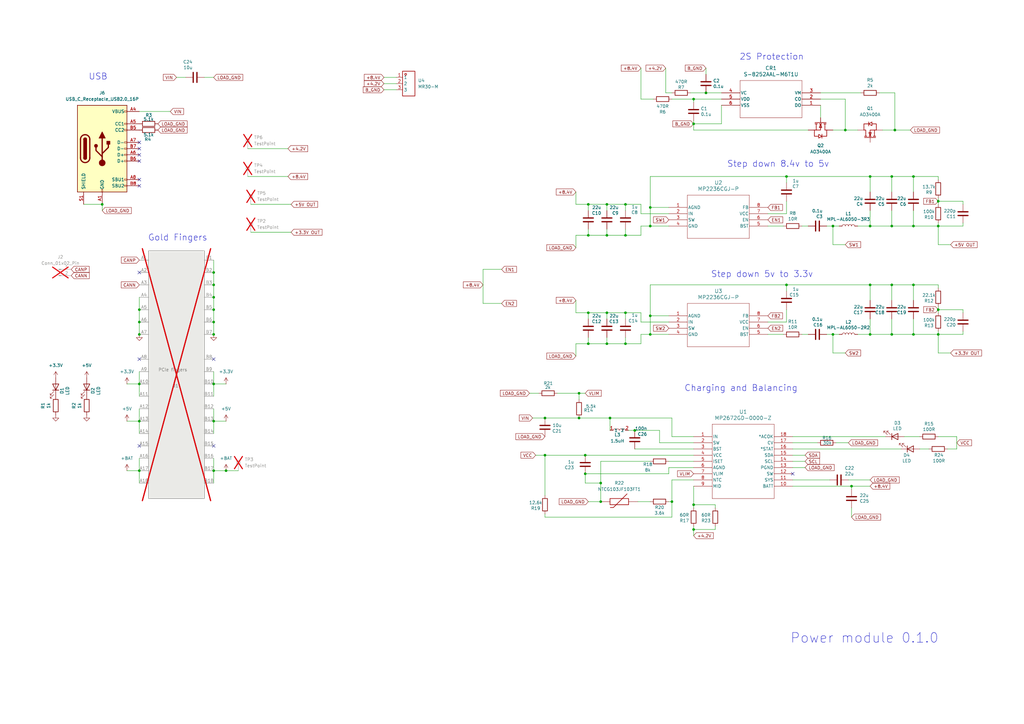
<source format=kicad_sch>
(kicad_sch (version 20231120) (generator "eeschema") (generator_version "8.0")
  (paper "A3")
  (junction (at 322.58 72.39))
  (junction (at 241.3 96.52))
  (junction (at 241.3 83.82))
  (junction (at 248.92 96.52))
  (junction (at 356.87 92.71))
  (junction (at 87.63 132.08))
  (junction (at 87.63 121.92))
  (junction (at 57.15 157.48))
  (junction (at 240.03 194.31))
  (junction (at 87.63 116.84))
  (junction (at 374.65 137.16))
  (junction (at 57.15 132.08))
  (junction (at 341.63 137.16))
  (junction (at 237.49 171.45))
  (junction (at 87.63 137.16))
  (junction (at 256.54 83.82))
  (junction (at 237.49 161.29))
  (junction (at 275.59 205.74))
  (junction (at 87.63 127))
  (junction (at 41.91 83.82))
  (junction (at 248.92 128.27))
  (junction (at 349.25 199.39))
  (junction (at 256.54 140.97))
  (junction (at 87.63 193.04))
  (junction (at 384.81 82.55))
  (junction (at 374.65 92.71))
  (junction (at 374.65 72.39))
  (junction (at 92.71 193.04))
  (junction (at 248.92 83.82))
  (junction (at 223.52 171.45))
  (junction (at 365.76 137.16))
  (junction (at 57.15 137.16))
  (junction (at 266.7 92.71))
  (junction (at 241.3 140.97))
  (junction (at 356.87 72.39))
  (junction (at 246.38 205.74))
  (junction (at 341.63 92.71))
  (junction (at 87.63 111.76))
  (junction (at 266.7 85.09))
  (junction (at 284.48 40.64))
  (junction (at 284.48 217.17))
  (junction (at 250.19 171.45))
  (junction (at 256.54 96.52))
  (junction (at 87.63 172.72))
  (junction (at 384.81 137.16))
  (junction (at 289.56 38.1))
  (junction (at 240.03 186.69))
  (junction (at 248.92 140.97))
  (junction (at 384.81 127))
  (junction (at 246.38 198.12))
  (junction (at 284.48 50.8))
  (junction (at 57.15 127))
  (junction (at 260.35 176.53))
  (junction (at 256.54 128.27))
  (junction (at 266.7 129.54))
  (junction (at 367.03 53.34))
  (junction (at 374.65 116.84))
  (junction (at 241.3 128.27))
  (junction (at 87.63 157.48))
  (junction (at 322.58 116.84))
  (junction (at 365.76 92.71))
  (junction (at 356.87 137.16))
  (junction (at 266.7 137.16))
  (junction (at 356.87 116.84))
  (junction (at 223.52 186.69))
  (junction (at 365.76 116.84))
  (junction (at 365.76 72.39))
  (junction (at 384.81 92.71))
  (junction (at 57.15 172.72))
  (junction (at 284.48 207.01))
  (junction (at 57.15 193.04))
  (junction (at 346.71 53.34))
  (no_connect (at 87.63 182.88))
  (no_connect (at 57.15 76.2))
  (no_connect (at 57.15 73.66))
  (no_connect (at 87.63 147.32))
  (no_connect (at 325.12 194.31))
  (no_connect (at 57.15 182.88))
  (no_connect (at 57.15 60.96))
  (no_connect (at 57.15 58.42))
  (no_connect (at 57.15 66.04))
  (no_connect (at 57.15 63.5))
  (no_connect (at 57.15 111.76))
  (no_connect (at 57.15 147.32))
  (wire (pts (xy 274.32 137.16) (xy 266.7 137.16)))
  (wire (pts (xy 275.59 179.07) (xy 275.59 171.45)))
  (wire (pts (xy 325.12 189.23) (xy 330.2 189.23)))
  (wire (pts (xy 223.52 212.09) (xy 223.52 210.82)))
  (wire (pts (xy 284.48 53.34) (xy 331.47 53.34)))
  (wire (pts (xy 198.12 124.46) (xy 205.74 124.46)))
  (wire (pts (xy 273.05 27.94) (xy 273.05 38.1)))
  (wire (pts (xy 87.63 127) (xy 87.63 132.08)))
  (wire (pts (xy 356.87 123.19) (xy 356.87 116.84)))
  (wire (pts (xy 365.76 72.39) (xy 374.65 72.39)))
  (wire (pts (xy 289.56 38.1) (xy 295.91 38.1)))
  (wire (pts (xy 284.48 40.64) (xy 295.91 40.64)))
  (wire (pts (xy 248.92 93.98) (xy 248.92 96.52)))
  (wire (pts (xy 262.89 83.82) (xy 256.54 83.82)))
  (wire (pts (xy 34.29 83.82) (xy 41.91 83.82)))
  (wire (pts (xy 274.32 194.31) (xy 274.32 191.77)))
  (wire (pts (xy 384.81 125.73) (xy 384.81 127)))
  (wire (pts (xy 241.3 83.82) (xy 241.3 86.36)))
  (wire (pts (xy 322.58 72.39) (xy 266.7 72.39)))
  (wire (pts (xy 293.37 215.9) (xy 293.37 217.17)))
  (wire (pts (xy 365.76 78.74) (xy 365.76 72.39)))
  (wire (pts (xy 102.87 95.25) (xy 119.38 95.25)))
  (wire (pts (xy 325.12 186.69) (xy 330.2 186.69)))
  (wire (pts (xy 57.15 121.92) (xy 57.15 127)))
  (wire (pts (xy 219.71 186.69) (xy 223.52 186.69)))
  (wire (pts (xy 336.55 43.18) (xy 336.55 48.26)))
  (wire (pts (xy 325.12 181.61) (xy 335.28 181.61)))
  (wire (pts (xy 87.63 157.48) (xy 87.63 162.56)))
  (wire (pts (xy 248.92 83.82) (xy 248.92 86.36)))
  (wire (pts (xy 341.63 144.78) (xy 346.71 144.78)))
  (wire (pts (xy 351.79 92.71) (xy 356.87 92.71)))
  (wire (pts (xy 322.58 116.84) (xy 322.58 119.38)))
  (wire (pts (xy 87.63 132.08) (xy 87.63 137.16)))
  (wire (pts (xy 325.12 184.15) (xy 369.57 184.15)))
  (wire (pts (xy 274.32 132.08) (xy 262.89 132.08)))
  (wire (pts (xy 256.54 128.27) (xy 248.92 128.27)))
  (wire (pts (xy 293.37 207.01) (xy 284.48 207.01)))
  (wire (pts (xy 257.81 176.53) (xy 260.35 176.53)))
  (wire (pts (xy 384.81 100.33) (xy 389.89 100.33)))
  (wire (pts (xy 87.63 31.75) (xy 83.82 31.75)))
  (wire (pts (xy 198.12 110.49) (xy 198.12 124.46)))
  (wire (pts (xy 246.38 198.12) (xy 246.38 205.74)))
  (wire (pts (xy 284.48 217.17) (xy 284.48 215.9)))
  (wire (pts (xy 256.54 138.43) (xy 256.54 140.97)))
  (wire (pts (xy 223.52 203.2) (xy 223.52 186.69)))
  (wire (pts (xy 240.03 186.69) (xy 284.48 186.69)))
  (wire (pts (xy 351.79 137.16) (xy 356.87 137.16)))
  (wire (pts (xy 262.89 140.97) (xy 262.89 137.16)))
  (wire (pts (xy 236.22 96.52) (xy 236.22 101.6)))
  (wire (pts (xy 365.76 137.16) (xy 374.65 137.16)))
  (wire (pts (xy 248.92 96.52) (xy 241.3 96.52)))
  (wire (pts (xy 284.48 199.39) (xy 284.48 207.01)))
  (wire (pts (xy 261.62 205.74) (xy 266.7 205.74)))
  (wire (pts (xy 256.54 96.52) (xy 262.89 96.52)))
  (wire (pts (xy 237.49 161.29) (xy 237.49 163.83)))
  (wire (pts (xy 284.48 40.64) (xy 284.48 41.91)))
  (wire (pts (xy 101.6 72.39) (xy 118.11 72.39)))
  (wire (pts (xy 360.68 38.1) (xy 367.03 38.1)))
  (wire (pts (xy 314.96 87.63) (xy 322.58 87.63)))
  (wire (pts (xy 341.63 137.16) (xy 344.17 137.16)))
  (wire (pts (xy 262.89 87.63) (xy 262.89 83.82)))
  (wire (pts (xy 374.65 86.36) (xy 374.65 92.71)))
  (wire (pts (xy 275.59 38.1) (xy 273.05 38.1)))
  (wire (pts (xy 256.54 93.98) (xy 256.54 96.52)))
  (wire (pts (xy 256.54 140.97) (xy 248.92 140.97)))
  (wire (pts (xy 356.87 137.16) (xy 365.76 137.16)))
  (wire (pts (xy 347.98 196.85) (xy 356.87 196.85)))
  (wire (pts (xy 284.48 217.17) (xy 284.48 219.71)))
  (wire (pts (xy 284.48 50.8) (xy 284.48 53.34)))
  (wire (pts (xy 241.3 205.74) (xy 246.38 205.74)))
  (wire (pts (xy 388.62 184.15) (xy 392.43 184.15)))
  (wire (pts (xy 266.7 129.54) (xy 274.32 129.54)))
  (wire (pts (xy 237.49 171.45) (xy 250.19 171.45)))
  (wire (pts (xy 274.32 92.71) (xy 266.7 92.71)))
  (wire (pts (xy 256.54 140.97) (xy 262.89 140.97)))
  (wire (pts (xy 240.03 198.12) (xy 246.38 198.12)))
  (wire (pts (xy 336.55 40.64) (xy 346.71 40.64)))
  (wire (pts (xy 322.58 116.84) (xy 266.7 116.84)))
  (wire (pts (xy 262.89 27.94) (xy 262.89 40.64)))
  (wire (pts (xy 342.9 181.61) (xy 347.98 181.61)))
  (wire (pts (xy 346.71 40.64) (xy 346.71 53.34)))
  (wire (pts (xy 394.97 82.55) (xy 384.81 82.55)))
  (wire (pts (xy 356.87 92.71) (xy 365.76 92.71)))
  (wire (pts (xy 384.81 92.71) (xy 384.81 100.33)))
  (wire (pts (xy 248.92 138.43) (xy 248.92 140.97)))
  (wire (pts (xy 223.52 171.45) (xy 237.49 171.45)))
  (wire (pts (xy 377.19 184.15) (xy 381 184.15)))
  (wire (pts (xy 87.63 172.72) (xy 87.63 167.64)))
  (wire (pts (xy 241.3 128.27) (xy 236.22 128.27)))
  (wire (pts (xy 57.15 157.48) (xy 57.15 152.4)))
  (wire (pts (xy 339.09 137.16) (xy 341.63 137.16)))
  (wire (pts (xy 384.81 81.28) (xy 384.81 82.55)))
  (wire (pts (xy 394.97 127) (xy 384.81 127)))
  (wire (pts (xy 289.56 27.94) (xy 289.56 30.48)))
  (wire (pts (xy 394.97 82.55) (xy 394.97 83.82)))
  (wire (pts (xy 266.7 116.84) (xy 266.7 129.54)))
  (wire (pts (xy 341.63 92.71) (xy 341.63 100.33)))
  (wire (pts (xy 241.3 128.27) (xy 241.3 130.81)))
  (wire (pts (xy 384.81 137.16) (xy 384.81 144.78)))
  (wire (pts (xy 256.54 83.82) (xy 256.54 86.36)))
  (wire (pts (xy 218.44 171.45) (xy 223.52 171.45)))
  (wire (pts (xy 275.59 212.09) (xy 223.52 212.09)))
  (wire (pts (xy 356.87 86.36) (xy 356.87 92.71)))
  (wire (pts (xy 314.96 92.71) (xy 321.31 92.71)))
  (wire (pts (xy 384.81 116.84) (xy 384.81 118.11)))
  (wire (pts (xy 57.15 193.04) (xy 57.15 187.96)))
  (wire (pts (xy 392.43 179.07) (xy 392.43 184.15)))
  (wire (pts (xy 87.63 193.04) (xy 87.63 198.12)))
  (wire (pts (xy 87.63 116.84) (xy 87.63 121.92)))
  (wire (pts (xy 374.65 116.84) (xy 384.81 116.84)))
  (wire (pts (xy 314.96 132.08) (xy 322.58 132.08)))
  (wire (pts (xy 87.63 157.48) (xy 87.63 152.4)))
  (wire (pts (xy 241.3 93.98) (xy 241.3 96.52)))
  (wire (pts (xy 262.89 92.71) (xy 266.7 92.71)))
  (wire (pts (xy 248.92 128.27) (xy 241.3 128.27)))
  (wire (pts (xy 57.15 45.72) (xy 69.85 45.72)))
  (wire (pts (xy 157.48 34.29) (xy 162.56 34.29)))
  (wire (pts (xy 101.6 60.96) (xy 118.11 60.96)))
  (wire (pts (xy 57.15 132.08) (xy 57.15 137.16)))
  (wire (pts (xy 236.22 140.97) (xy 236.22 146.05)))
  (wire (pts (xy 275.59 179.07) (xy 284.48 179.07)))
  (wire (pts (xy 356.87 72.39) (xy 365.76 72.39)))
  (wire (pts (xy 274.32 189.23) (xy 284.48 189.23)))
  (wire (pts (xy 241.3 83.82) (xy 236.22 83.82)))
  (wire (pts (xy 270.51 181.61) (xy 270.51 176.53)))
  (wire (pts (xy 57.15 157.48) (xy 57.15 162.56)))
  (wire (pts (xy 322.58 72.39) (xy 356.87 72.39)))
  (wire (pts (xy 356.87 130.81) (xy 356.87 137.16)))
  (wire (pts (xy 52.07 172.72) (xy 57.15 172.72)))
  (wire (pts (xy 284.48 181.61) (xy 270.51 181.61)))
  (wire (pts (xy 374.65 137.16) (xy 384.81 137.16)))
  (wire (pts (xy 198.12 110.49) (xy 205.74 110.49)))
  (wire (pts (xy 237.49 161.29) (xy 240.03 161.29)))
  (wire (pts (xy 322.58 132.08) (xy 322.58 127)))
  (wire (pts (xy 262.89 40.64) (xy 267.97 40.64)))
  (wire (pts (xy 266.7 129.54) (xy 266.7 137.16)))
  (wire (pts (xy 274.32 87.63) (xy 262.89 87.63)))
  (wire (pts (xy 325.12 196.85) (xy 340.36 196.85)))
  (wire (pts (xy 365.76 123.19) (xy 365.76 116.84)))
  (wire (pts (xy 365.76 92.71) (xy 374.65 92.71)))
  (wire (pts (xy 52.07 193.04) (xy 57.15 193.04)))
  (wire (pts (xy 374.65 130.81) (xy 374.65 137.16)))
  (wire (pts (xy 248.92 140.97) (xy 241.3 140.97)))
  (wire (pts (xy 370.84 179.07) (xy 377.19 179.07)))
  (wire (pts (xy 284.48 207.01) (xy 284.48 208.28)))
  (wire (pts (xy 365.76 86.36) (xy 365.76 92.71)))
  (wire (pts (xy 384.81 179.07) (xy 392.43 179.07)))
  (wire (pts (xy 223.52 186.69) (xy 240.03 186.69)))
  (wire (pts (xy 325.12 199.39) (xy 349.25 199.39)))
  (wire (pts (xy 57.15 193.04) (xy 57.15 198.12)))
  (wire (pts (xy 87.63 121.92) (xy 87.63 127)))
  (wire (pts (xy 328.93 137.16) (xy 331.47 137.16)))
  (wire (pts (xy 275.59 171.45) (xy 250.19 171.45)))
  (wire (pts (xy 52.07 157.48) (xy 57.15 157.48)))
  (wire (pts (xy 262.89 132.08) (xy 262.89 128.27)))
  (wire (pts (xy 246.38 189.23) (xy 246.38 198.12)))
  (wire (pts (xy 341.63 137.16) (xy 341.63 144.78)))
  (wire (pts (xy 322.58 87.63) (xy 322.58 82.55)))
  (wire (pts (xy 293.37 217.17) (xy 284.48 217.17)))
  (wire (pts (xy 325.12 179.07) (xy 363.22 179.07)))
  (wire (pts (xy 262.89 137.16) (xy 266.7 137.16)))
  (wire (pts (xy 384.81 137.16) (xy 394.97 137.16)))
  (wire (pts (xy 339.09 92.71) (xy 341.63 92.71)))
  (wire (pts (xy 262.89 96.52) (xy 262.89 92.71)))
  (wire (pts (xy 92.71 157.48) (xy 87.63 157.48)))
  (wire (pts (xy 384.81 72.39) (xy 384.81 73.66)))
  (wire (pts (xy 322.58 116.84) (xy 356.87 116.84)))
  (wire (pts (xy 250.19 171.45) (xy 250.19 176.53)))
  (wire (pts (xy 240.03 194.31) (xy 274.32 194.31)))
  (wire (pts (xy 72.39 31.75) (xy 76.2 31.75)))
  (wire (pts (xy 236.22 123.19) (xy 236.22 128.27)))
  (wire (pts (xy 356.87 78.74) (xy 356.87 72.39)))
  (wire (pts (xy 328.93 92.71) (xy 331.47 92.71)))
  (wire (pts (xy 57.15 172.72) (xy 57.15 177.8)))
  (wire (pts (xy 336.55 38.1) (xy 353.06 38.1)))
  (wire (pts (xy 275.59 196.85) (xy 284.48 196.85)))
  (wire (pts (xy 384.81 92.71) (xy 394.97 92.71)))
  (wire (pts (xy 275.59 40.64) (xy 284.48 40.64)))
  (wire (pts (xy 262.89 128.27) (xy 256.54 128.27)))
  (wire (pts (xy 365.76 130.81) (xy 365.76 137.16)))
  (wire (pts (xy 256.54 96.52) (xy 248.92 96.52)))
  (wire (pts (xy 394.97 92.71) (xy 394.97 91.44)))
  (wire (pts (xy 102.87 83.82) (xy 119.38 83.82)))
  (wire (pts (xy 157.48 31.75) (xy 162.56 31.75)))
  (wire (pts (xy 322.58 72.39) (xy 322.58 74.93)))
  (wire (pts (xy 275.59 205.74) (xy 275.59 212.09)))
  (wire (pts (xy 41.91 83.82) (xy 41.91 86.36)))
  (wire (pts (xy 384.81 127) (xy 384.81 128.27)))
  (wire (pts (xy 57.15 127) (xy 57.15 132.08)))
  (wire (pts (xy 365.76 116.84) (xy 374.65 116.84)))
  (wire (pts (xy 236.22 78.74) (xy 236.22 83.82)))
  (wire (pts (xy 240.03 194.31) (xy 240.03 198.12)))
  (wire (pts (xy 374.65 72.39) (xy 384.81 72.39)))
  (wire (pts (xy 295.91 50.8) (xy 284.48 50.8)))
  (wire (pts (xy 92.71 172.72) (xy 87.63 172.72)))
  (wire (pts (xy 341.63 53.34) (xy 346.71 53.34)))
  (wire (pts (xy 349.25 199.39) (xy 356.87 199.39)))
  (wire (pts (xy 346.71 53.34) (xy 351.79 53.34)))
  (wire (pts (xy 270.51 176.53) (xy 260.35 176.53)))
  (wire (pts (xy 374.65 92.71) (xy 384.81 92.71)))
  (wire (pts (xy 92.71 193.04) (xy 97.79 193.04)))
  (wire (pts (xy 384.81 91.44) (xy 384.81 92.71)))
  (wire (pts (xy 246.38 189.23) (xy 266.7 189.23)))
  (wire (pts (xy 325.12 191.77) (xy 330.2 191.77)))
  (wire (pts (xy 274.32 205.74) (xy 275.59 205.74)))
  (wire (pts (xy 356.87 116.84) (xy 365.76 116.84)))
  (wire (pts (xy 241.3 96.52) (xy 236.22 96.52)))
  (wire (pts (xy 341.63 100.33) (xy 346.71 100.33)))
  (wire (pts (xy 394.97 137.16) (xy 394.97 135.89)))
  (wire (pts (xy 266.7 85.09) (xy 266.7 92.71)))
  (wire (pts (xy 374.65 78.74) (xy 374.65 72.39)))
  (wire (pts (xy 217.17 161.29) (xy 220.98 161.29)))
  (wire (pts (xy 384.81 82.55) (xy 384.81 83.82)))
  (wire (pts (xy 256.54 128.27) (xy 256.54 130.81)))
  (wire (pts (xy 248.92 83.82) (xy 241.3 83.82)))
  (wire (pts (xy 283.21 38.1) (xy 289.56 38.1)))
  (wire (pts (xy 266.7 72.39) (xy 266.7 85.09)))
  (wire (pts (xy 314.96 137.16) (xy 321.31 137.16)))
  (wire (pts (xy 87.63 106.68) (xy 87.63 111.76)))
  (wire (pts (xy 374.65 123.19) (xy 374.65 116.84)))
  (wire (pts (xy 241.3 140.97) (xy 236.22 140.97)))
  (wire (pts (xy 256.54 83.82) (xy 248.92 83.82)))
  (wire (pts (xy 367.03 53.34) (xy 373.38 53.34)))
  (wire (pts (xy 284.48 49.53) (xy 284.48 50.8)))
  (wire (pts (xy 295.91 43.18) (xy 295.91 50.8)))
  (wire (pts (xy 384.81 144.78) (xy 389.89 144.78)))
  (wire (pts (xy 157.48 36.83) (xy 162.56 36.83)))
  (wire (pts (xy 275.59 196.85) (xy 275.59 205.74)))
  (wire (pts (xy 57.15 172.72) (xy 57.15 167.64)))
  (wire (pts (xy 87.63 172.72) (xy 87.63 177.8)))
  (wire (pts (xy 228.6 161.29) (xy 237.49 161.29)))
  (wire (pts (xy 361.95 53.34) (xy 367.03 53.34)))
  (wire (pts (xy 274.32 191.77) (xy 284.48 191.77)))
  (wire (pts (xy 341.63 92.71) (xy 344.17 92.71)))
  (wire (pts (xy 87.63 111.76) (xy 87.63 116.84)))
  (wire (pts (xy 293.37 208.28) (xy 293.37 207.01)))
  (wire (pts (xy 87.63 193.04) (xy 87.63 187.96)))
  (wire (pts (xy 349.25 199.39) (xy 349.25 200.66)))
  (wire (pts (xy 349.25 208.28) (xy 349.25 212.09)))
  (wire (pts (xy 248.92 128.27) (xy 248.92 130.81)))
  (wire (pts (xy 260.35 184.15) (xy 284.48 184.15)))
  (wire (pts (xy 394.97 127) (xy 394.97 128.27)))
  (wire (pts (xy 241.3 138.43) (xy 241.3 140.97)))
  (wire (pts (xy 367.03 53.34) (xy 367.03 38.1)))
  (wire (pts (xy 266.7 85.09) (xy 274.32 85.09)))
  (wire (pts (xy 384.81 135.89) (xy 384.81 137.16)))
  (wire (pts (xy 92.71 193.04) (xy 87.63 193.04)))
  (text "2S Protection" (at 303.276 24.892 0) (effects (font (size 2.54 2.54)) (justify left bottom)))
  (text "USB" (at 36.322 33.02 0) (effects (font (size 2.54 2.54)) (justify left bottom)))
  (text "Charging and Balancing\n" (at 280.67 160.782 0) (effects (font (size 2.54 2.54)) (justify left bottom)))
  (text "Step down 5v to 3.3v" (at 291.592 114.046 0) (effects (font (size 2.54 2.54)) (justify left bottom)))
  (text "Power module 0.1.0" (at 324.104 264.16 0) (effects (font (size 4 4)) (justify left bottom)))
  (text "Gold Fingers" (at 60.706 99.06 0) (effects (font (size 2.54 2.54)) (justify left bottom)))
  (text "Step down 8.4v to 5v" (at 298.196 68.834 0) (effects (font (size 2.54 2.54)) (justify left bottom)))
  (global_label "SDA" (shape input) (at 330.2 186.69 0) (property "Intersheetrefs" "${INTERSHEET_REFS}" (effects (hide yes))))
  (global_label "FB1" (shape input) (at 314.96 85.09 0) (property "Intersheetrefs" "${INTERSHEET_REFS}" (effects (hide yes))))
  (global_label "B_GND" (shape input) (at 289.56 27.94 180) (property "Intersheetrefs" "${INTERSHEET_REFS}" (effects (hide yes))))
  (global_label "+8.4V" (shape input) (at 236.22 123.19 180) (property "Intersheetrefs" "${INTERSHEET_REFS}" (effects (hide yes))))
  (global_label "+5V OUT" (shape input) (at 389.89 100.33 0) (property "Intersheetrefs" "${INTERSHEET_REFS}" (effects (hide yes))))
  (global_label "LOAD_GND" (shape input) (at 373.38 53.34 0) (property "Intersheetrefs" "${INTERSHEET_REFS}" (effects (hide yes))))
  (global_label "LOAD_GND" (shape input) (at 236.22 146.05 180) (property "Intersheetrefs" "${INTERSHEET_REFS}" (effects (hide yes))))
  (global_label "+8.4V" (shape input) (at 118.11 72.39 0) (property "Intersheetrefs" "${INTERSHEET_REFS}" (effects (hide yes))))
  (global_label "LOAD_GND" (shape input) (at 330.2 191.77 0) (property "Intersheetrefs" "${INTERSHEET_REFS}" (effects (hide yes))))
  (global_label "+3.3V OUT" (shape input) (at 119.38 95.25 0) (property "Intersheetrefs" "${INTERSHEET_REFS}" (effects (hide yes))))
  (global_label "LOAD_GND" (shape input) (at 41.91 86.36 0) (property "Intersheetrefs" "${INTERSHEET_REFS}" (effects (hide yes))))
  (global_label "CANN" (shape input) (at 29.21 113.03 0) (property "Intersheetrefs" "${INTERSHEET_REFS}" (effects (hide yes))))
  (global_label "+4.2V" (shape input) (at 273.05 27.94 180) (property "Intersheetrefs" "${INTERSHEET_REFS}" (effects (hide yes))))
  (global_label "+4.2V" (shape input) (at 157.48 34.29 180) (property "Intersheetrefs" "${INTERSHEET_REFS}" (effects (hide yes))))
  (global_label "+8.4V" (shape input) (at 157.48 31.75 180) (property "Intersheetrefs" "${INTERSHEET_REFS}" (effects (hide yes))))
  (global_label "FB1" (shape input) (at 384.81 82.55 180) (property "Intersheetrefs" "${INTERSHEET_REFS}" (effects (hide yes))))
  (global_label "SW2" (shape input) (at 346.71 144.78 0) (property "Intersheetrefs" "${INTERSHEET_REFS}" (effects (hide yes))))
  (global_label "EN1" (shape input) (at 205.74 110.49 0) (property "Intersheetrefs" "${INTERSHEET_REFS}" (effects (hide yes))))
  (global_label "LOAD_GND" (shape input) (at 347.98 181.61 0) (property "Intersheetrefs" "${INTERSHEET_REFS}" (effects (hide yes))))
  (global_label "LOAD_GND" (shape input) (at 223.52 179.07 180) (property "Intersheetrefs" "${INTERSHEET_REFS}" (effects (hide yes))))
  (global_label "CANN" (shape input) (at 57.15 116.84 180) (property "Intersheetrefs" "${INTERSHEET_REFS}" (effects (hide yes))))
  (global_label "SW1" (shape input) (at 274.32 90.17 180) (property "Intersheetrefs" "${INTERSHEET_REFS}" (effects (hide yes))))
  (global_label "LOAD_GND" (shape input) (at 87.63 31.75 0) (property "Intersheetrefs" "${INTERSHEET_REFS}" (effects (hide yes))))
  (global_label "+8.4V" (shape input) (at 356.87 199.39 0) (property "Intersheetrefs" "${INTERSHEET_REFS}" (effects (hide yes))))
  (global_label "LOAD_GND" (shape input) (at 64.77 50.8 0) (property "Intersheetrefs" "${INTERSHEET_REFS}" (effects (hide yes))))
  (global_label "EN1" (shape input) (at 314.96 90.17 0) (property "Intersheetrefs" "${INTERSHEET_REFS}" (effects (hide yes))))
  (global_label "+8.4V" (shape input) (at 198.12 116.84 180) (property "Intersheetrefs" "${INTERSHEET_REFS}" (effects (hide yes))))
  (global_label "VIN" (shape input) (at 72.39 31.75 180) (property "Intersheetrefs" "${INTERSHEET_REFS}" (effects (hide yes))))
  (global_label "+5V OUT" (shape input) (at 119.38 83.82 0) (property "Intersheetrefs" "${INTERSHEET_REFS}" (effects (hide yes))))
  (global_label "VCC" (shape input) (at 219.71 186.69 180) (property "Intersheetrefs" "${INTERSHEET_REFS}" (effects (hide yes))))
  (global_label "LOAD_GND" (shape input) (at 217.17 161.29 180) (property "Intersheetrefs" "${INTERSHEET_REFS}" (effects (hide yes))))
  (global_label "CANP" (shape input) (at 57.15 106.68 180) (property "Intersheetrefs" "${INTERSHEET_REFS}" (effects (hide yes))))
  (global_label "VCC" (shape input) (at 392.43 181.61 0) (property "Intersheetrefs" "${INTERSHEET_REFS}" (effects (hide yes))))
  (global_label "+3.3V OUT" (shape input) (at 389.89 144.78 0) (property "Intersheetrefs" "${INTERSHEET_REFS}" (effects (hide yes))))
  (global_label "+4.2V" (shape input) (at 284.48 219.71 0) (property "Intersheetrefs" "${INTERSHEET_REFS}" (effects (hide yes))))
  (global_label "LOAD_GND" (shape input) (at 349.25 212.09 0) (property "Intersheetrefs" "${INTERSHEET_REFS}" (effects (hide yes))))
  (global_label "FB2" (shape input) (at 314.96 129.54 0) (property "Intersheetrefs" "${INTERSHEET_REFS}" (effects (hide yes))))
  (global_label "+8.4V" (shape input) (at 262.89 27.94 180) (property "Intersheetrefs" "${INTERSHEET_REFS}" (effects (hide yes))))
  (global_label "VIN" (shape input) (at 69.85 45.72 0) (property "Intersheetrefs" "${INTERSHEET_REFS}" (effects (hide yes))))
  (global_label "VLIM" (shape input) (at 284.48 194.31 180) (property "Intersheetrefs" "${INTERSHEET_REFS}" (effects (hide yes))))
  (global_label "CANP" (shape input) (at 29.21 110.49 0) (property "Intersheetrefs" "${INTERSHEET_REFS}" (effects (hide yes))))
  (global_label "LOAD_GND" (shape input) (at 241.3 205.74 180) (property "Intersheetrefs" "${INTERSHEET_REFS}" (effects (hide yes))))
  (global_label "SCL" (shape input) (at 330.2 189.23 0) (property "Intersheetrefs" "${INTERSHEET_REFS}" (effects (hide yes))))
  (global_label "LOAD_GND" (shape input) (at 236.22 101.6 180) (property "Intersheetrefs" "${INTERSHEET_REFS}" (effects (hide yes))))
  (global_label "+4.2V" (shape input) (at 118.11 60.96 0) (property "Intersheetrefs" "${INTERSHEET_REFS}" (effects (hide yes))))
  (global_label "B_GND" (shape input) (at 284.48 50.8 180) (property "Intersheetrefs" "${INTERSHEET_REFS}" (effects (hide yes))))
  (global_label "SW1" (shape input) (at 346.71 100.33 0) (property "Intersheetrefs" "${INTERSHEET_REFS}" (effects (hide yes))))
  (global_label "FB2" (shape input) (at 384.81 127 180) (property "Intersheetrefs" "${INTERSHEET_REFS}" (effects (hide yes))))
  (global_label "B_GND" (shape input) (at 157.48 36.83 180) (property "Intersheetrefs" "${INTERSHEET_REFS}" (effects (hide yes))))
  (global_label "SW2" (shape input) (at 274.32 134.62 180) (property "Intersheetrefs" "${INTERSHEET_REFS}" (effects (hide yes))))
  (global_label "LOAD_GND" (shape input) (at 356.87 196.85 0) (property "Intersheetrefs" "${INTERSHEET_REFS}" (effects (hide yes))))
  (global_label "+8.4V" (shape input) (at 236.22 78.74 180) (property "Intersheetrefs" "${INTERSHEET_REFS}" (effects (hide yes))))
  (global_label "VIN" (shape input) (at 218.44 171.45 180) (property "Intersheetrefs" "${INTERSHEET_REFS}" (effects (hide yes))))
  (global_label "VLIM" (shape input) (at 240.03 161.29 0) (property "Intersheetrefs" "${INTERSHEET_REFS}" (effects (hide yes))))
  (global_label "EN2" (shape input) (at 314.96 134.62 0) (property "Intersheetrefs" "${INTERSHEET_REFS}" (effects (hide yes))))
  (global_label "EN2" (shape input) (at 205.74 124.46 0) (property "Intersheetrefs" "${INTERSHEET_REFS}" (effects (hide yes))))
  (global_label "LOAD_GND" (shape input) (at 64.77 53.34 0) (property "Intersheetrefs" "${INTERSHEET_REFS}" (effects (hide yes))))
  (symbol (lib_id "powermodule:MP2236CGJ-P") (at 274.32 85.09 0) (unit 1)
    (property "Reference" "U2" (at 294.64 74.93 0) (effects (font (size 1.524 1.524))))
    (property "Value" "MP2236CGJ-P" (at 294.64 77.47 0) (effects (font (size 1.524 1.524))))
    (property "Footprint" "POWERLIB:TSOT23-8_MP2236C_MNP" (effects (hide yes)))
    (property "Datasheet" "MP2236CGJ-P" (effects (hide yes)))
  )
  (symbol (lib_id "powermodule:MR30") (at 167.64 34.29 0) (unit 1)
    (property "Reference" "U4" (at 171.45 33.0199 0) (effects (justify left)))
    (property "Value" "MR30-M" (at 171.45 35.5599 0) (effects (justify left)))
    (property "Footprint" "POWERLIB:CONN-TH_MR30-M" (effects (hide yes)))
    (property "Datasheet" "https://atta.szlcsc.com/upload/public/pdf/source/20170412/1491969315720.pdf" (effects (hide yes)))
    (property "SYMBOL" "MR30-M" (effects (hide yes)))
    (property "DEVICE" "MR30-M" (effects (hide yes)))
    (property "LCSC PART NAME" "AMASS(艾迈斯)锂电池三芯电源连接器公头MR30-M 2件套" (effects (hide yes)))
    (property "SUPPLIER PART" "C99873" (effects (hide yes)))
    (property "MANUFACTURER" "AMASS(艾迈斯)" (effects (hide yes)))
    (property "MANUFACTURER PART" "MR30-M" (effects (hide yes)))
    (property "SUPPLIER FOOTPRINT" "-" (effects (hide yes)))
    (property "JLCPCB PART CLASS" "Extended Part" (effects (hide yes)))
    (property "SUPPLIER" "LCSC" (effects (hide yes)))
    (property "ADD INTO BOM" "yes" (effects (hide yes)))
    (property "CONVERT TO PCB" "yes" (effects (hide yes)))
    (property "BRAND" "艾迈斯" (effects (hide yes)))
    (property "MODEL" "MR30-M" (effects (hide yes)))
    (property "POWER" "-" (effects (hide yes)))
    (property "OUTPUT" "-" (effects (hide yes)))
    (property "INPUT" "-" (effects (hide yes)))
    (property "SIZE" "-" (effects (hide yes)))
    (property "INTERFACE" "-" (effects (hide yes)))
    (property "TYPE" "航空插头" (effects (hide yes)))
    (property "COLOUR" "-" (effects (hide yes)))
    (property "MAXIMUMCURRENT" "-" (effects (hide yes)))
    (property "RATEDVOLTAGE" "-" (effects (hide yes)))
    (property "TYPE1" "-" (effects (hide yes)))
    (property "NUMBEROFUSBHOLES" "-" (effects (hide yes)))
    (property "INTERFACETYPE" "公头" (effects (hide yes)))
    (property "METALMATERIAL" "-" (effects (hide yes)))
    (property "INSULATIONMATERIAL" "-" (effects (hide yes)))
    (property "RATEDCURRENT" "-" (effects (hide yes)))
    (property "RECOMMENDEDWIREGAUGE" "-" (effects (hide yes)))
    (property "FLAMERETARDANTGRADE" "-" (effects (hide yes)))
    (property "CONTACT RESISTANCE" "-" (effects (hide yes)))
    (property "BELT LENGTH" "-" (effects (hide yes)))
    (property "SPECIFICATIONS" "3pin" (effects (hide yes)))
  )
  (symbol (lib_id "Device:C") (at 374.65 82.55 180) (unit 1)
    (property "Reference" "C6" (at 371.729 83.7184 0) (effects (justify left)))
    (property "Value" "22u" (at 371.729 81.407 0) (effects (justify left)))
    (property "Footprint" "Capacitor_SMD:C_0402_1005Metric" (effects (hide yes)))
    (property "info" "22uF Cap" (effects (hide yes)))
    (property "basic?" "yes" (effects (hide yes)))
  )
  (symbol (lib_id "power:VAA") (at 52.07 157.48 0) (unit 1)
    (property "Reference" "#PWR022" (effects (hide yes)))
    (property "Value" "+3.3V" (at 52.07 152.4 0))
    (property "Description" "Power symbol creates a global label with name \"VAA\"" (effects (hide yes)))
  )
  (symbol (lib_id "powermodule:MP2672GD-0000-Z") (at 284.48 179.07 0) (unit 1)
    (property "Reference" "U1" (at 304.8 168.91 0) (effects (font (size 1.524 1.524))))
    (property "Value" "MP2672GD-0000-Z" (at 304.8 171.45 0) (effects (font (size 1.524 1.524))))
    (property "Footprint" "POWERLIB:QFN-18_2MMx3MM_MP2672_MNP_MPS" (effects (hide yes)))
    (property "Datasheet" "MP2672GD-0000-Z" (effects (hide yes)))
  )
  (symbol (lib_id "power:GND") (at 87.63 137.16 0) (unit 1)
    (property "Reference" "#PWR014" (effects (hide yes)))
    (property "Value" "GND" (effects (hide yes)))
    (property "Description" "Power symbol creates a global label with name \"GND\" , ground" (effects (hide yes)))
  )
  (symbol (lib_id "power:VAA") (at 92.71 172.72 0) (unit 1)
    (property "Reference" "#PWR021" (effects (hide yes)))
    (property "Value" "+5V" (at 92.71 167.64 0))
    (property "Description" "Power symbol creates a global label with name \"VAA\"" (effects (hide yes)))
  )
  (symbol (lib_id "Device:R") (at 356.87 38.1 270) (unit 1)
    (property "Reference" "R5" (at 356.87 32.8422 90))
    (property "Value" "2k" (at 356.87 35.1536 90))
    (property "Footprint" "Resistor_SMD:R_0402_1005Metric" (effects (hide yes)))
    (property "basic?" "yes" (effects (hide yes)))
    (property "info" "1k ohm" (effects (hide yes)))
  )
  (symbol (lib_id "Device:C") (at 240.03 190.5 0) (mirror y) (unit 1)
    (property "Reference" "C23" (at 235.458 191.77 0) (effects (justify left)))
    (property "Value" "1u" (at 235.458 189.4586 0) (effects (justify left)))
    (property "Footprint" "Capacitor_SMD:C_0402_1005Metric" (effects (hide yes)))
    (property "info" "1uF Cap" (effects (hide yes)))
    (property "LCSC Part #" "C52923" (effects (hide yes)))
    (property "basic?" "yes" (effects (hide yes)))
    (property "price" "C$0.0041 " (effects (hide yes)))
    (property "JLC Link" "https://jlcpcb.com/partdetail/53938-CL05A105KA5NQNC/C52923" (effects (hide yes)))
  )
  (symbol (lib_id "power:VAA") (at 52.07 172.72 0) (unit 1)
    (property "Reference" "#PWR010" (effects (hide yes)))
    (property "Value" "+5V" (at 52.07 167.64 0))
    (property "Description" "Power symbol creates a global label with name \"VAA\"" (effects (hide yes)))
  )
  (symbol (lib_id "Device:R") (at 237.49 167.64 0) (unit 1)
    (property "Reference" "R14" (at 239.395 168.275 0) (effects (justify left)))
    (property "Value" "5.5k" (at 240.284 166.624 0) (effects (justify left)))
    (property "Footprint" "Resistor_SMD:R_0402_1005Metric" (effects (hide yes)))
    (property "Description" "Resistor" (effects (hide yes)))
    (property "basic?" "yes" (effects (hide yes)))
    (property "info" "5.5k ohm" (effects (hide yes)))
    (property "price" "C$0.0006" (effects (hide yes)))
  )
  (symbol (lib_id "power:GND") (at 35.56 170.18 0) (unit 1)
    (property "Reference" "#PWR016" (effects (hide yes)))
    (property "Value" "GND" (effects (hide yes)))
  )
  (symbol (lib_id "power:VAA") (at 35.56 154.94 0) (unit 1)
    (property "Reference" "#PWR013" (effects (hide yes)))
    (property "Value" "+5V" (at 35.56 149.86 0))
    (property "Description" "Power symbol creates a global label with name \"VAA\"" (effects (hide yes)))
  )
  (symbol (lib_id "Device:C") (at 260.35 180.34 0) (mirror y) (unit 1)
    (property "Reference" "C26" (at 265.43 178.054 0) (effects (justify left)))
    (property "Value" "100n" (at 265.43 175.7426 0) (effects (justify left)))
    (property "Footprint" "Capacitor_SMD:C_0402_1005Metric" (effects (hide yes)))
    (property "info" "100nF Cap" (effects (hide yes)))
    (property "basic?" "yes" (effects (hide yes)))
  )
  (symbol (lib_id "Device:C") (at 365.76 127 180) (unit 1)
    (property "Reference" "C18" (at 362.839 128.1684 0) (effects (justify left)))
    (property "Value" "22u" (at 362.839 125.857 0) (effects (justify left)))
    (property "Footprint" "Capacitor_SMD:C_0402_1005Metric" (effects (hide yes)))
    (property "info" "22uF Cap" (effects (hide yes)))
    (property "basic?" "yes" (effects (hide yes)))
  )
  (symbol (lib_id "Connector:TestPoint") (at 102.87 83.82 0) (unit 1) (dnp yes)
    (property "Reference" "TP5" (at 105.41 79.2479 0) (effects (justify left)))
    (property "Value" "TestPoint" (at 105.41 81.7879 0) (effects (justify left)))
    (property "Footprint" "Connector_PinHeader_2.54mm:PinHeader_1x01_P2.54mm_Vertical" (effects (hide yes)))
    (property "Description" "test point" (effects (hide yes)))
  )
  (symbol (lib_id "Device:C") (at 241.3 90.17 180) (unit 1)
    (property "Reference" "C10" (at 246.634 87.4014 0) (effects (justify left)))
    (property "Value" "22u" (at 246.634 85.09 0) (effects (justify left)))
    (property "Footprint" "Capacitor_SMD:C_0402_1005Metric" (effects (hide yes)))
    (property "info" "22uF Cap" (effects (hide yes)))
    (property "basic?" "yes" (effects (hide yes)))
  )
  (symbol (lib_id "power:VAA") (at 92.71 157.48 0) (unit 1)
    (property "Reference" "#PWR023" (effects (hide yes)))
    (property "Value" "+3.3V" (at 92.71 152.4 0))
    (property "Description" "Power symbol creates a global label with name \"VAA\"" (effects (hide yes)))
  )
  (symbol (lib_id "Device:R") (at 284.48 212.09 0) (unit 1)
    (property "Reference" "R17" (at 280.67 213.5378 0))
    (property "Value" "60R" (at 280.67 211.2264 0))
    (property "Footprint" "Resistor_SMD:R_0402_1005Metric" (effects (hide yes)))
    (property "basic?" "yes" (effects (hide yes)))
    (property "info" "100 ohm" (effects (hide yes)))
  )
  (symbol (lib_id "Device:C") (at 365.76 82.55 180) (unit 1)
    (property "Reference" "C5" (at 362.839 83.7184 0) (effects (justify left)))
    (property "Value" "22u" (at 362.839 81.407 0) (effects (justify left)))
    (property "Footprint" "Capacitor_SMD:C_0402_1005Metric" (effects (hide yes)))
    (property "info" "22uF Cap" (effects (hide yes)))
    (property "basic?" "yes" (effects (hide yes)))
  )
  (symbol (lib_id "powermodule:NTCG103JF103FT1") (at 254 205.74 0) (unit 1)
    (property "Reference" "R22" (at 254 198.12 0))
    (property "Value" "NTCG103JF103FT1" (at 254 200.66 0))
    (property "Footprint" "POWERLIB:NTC_R0402" (effects (hide yes)))
    (property "Datasheet" "https://atta.szlcsc.com/upload/public/pdf/source/20181206/C340619_99ACC8962825A27E152A9C58C22FC95B.pdf" (effects (hide yes)))
    (property "SYMBOL" "NTCG103JF103FT1" (effects (hide yes)))
    (property "DEVICE" "NTCG103JF103FT1" (effects (hide yes)))
    (property "LCSC PART NAME" "10kΩ 电阻精度:±1% 3380K" (effects (hide yes)))
    (property "SUPPLIER PART" "C209959" (effects (hide yes)))
    (property "MANUFACTURER" "TDK" (effects (hide yes)))
    (property "MANUFACTURER PART" "NTCG103JF103FT1" (effects (hide yes)))
    (property "SUPPLIER FOOTPRINT" "0402" (effects (hide yes)))
    (property "JLCPCB PART CLASS" "Extended Part" (effects (hide yes)))
    (property "SUPPLIER" "LCSC" (effects (hide yes)))
    (property "ADD INTO BOM" "yes" (effects (hide yes)))
    (property "CONVERT TO PCB" "yes" (effects (hide yes)))
    (property "B CONSTANT (25℃/75℃)" "3422K" (effects (hide yes)))
    (property "B CONSTANT (25℃/85℃)" "3435K" (effects (hide yes)))
    (property "B CONSTANT (25℃/100℃)" "3453K" (effects (hide yes)))
    (property "STEADY STATE CURRENT (MAX)" "310uA" (effects (hide yes)))
    (property "OPERATING TEMPERATURE" "-40℃~+125℃" (effects (hide yes)))
  )
  (symbol (lib_id "Device:C") (at 223.52 175.26 0) (mirror y) (unit 1)
    (property "Reference" "C21" (at 230.378 176.784 0) (effects (justify left)))
    (property "Value" "10u" (at 230.378 174.4726 0) (effects (justify left)))
    (property "Footprint" "Capacitor_SMD:C_0402_1005Metric" (effects (hide yes)))
    (property "info" "10uF Cap" (effects (hide yes)))
    (property "basic?" "yes" (effects (hide yes)))
    (property "price" "C$0.0041 " (effects (hide yes)))
  )
  (symbol (lib_id "Device:LED") (at 35.56 158.75 270) (mirror x) (unit 1)
    (property "Reference" "D2" (at 38.1 160.274 0))
    (property "Value" "LED" (at 40.386 160.274 0))
    (property "Footprint" "LED_SMD:LED_0603_1608Metric" (effects (hide yes)))
    (property "Description" "Light emitting diode" (effects (hide yes)))
    (property "JLC Link" "https://jlcpcb.com/partdetail/Hubei_KentoElec-KT0603R/C2286" (effects (hide yes)))
    (property "LCSC Part #" "C2286" (effects (hide yes)))
    (property "basic?" "yes" (effects (hide yes)))
    (property "info" "Red LED" (effects (hide yes)))
    (property "price" "C$0.0075 " (effects (hide yes)))
  )
  (symbol (lib_id "Device:R") (at 384.81 132.08 0) (unit 1)
    (property "Reference" "R13" (at 381 133.5278 0))
    (property "Value" "100k" (at 381 131.2164 0))
    (property "Footprint" "Resistor_SMD:R_0402_1005Metric" (effects (hide yes)))
    (property "basic?" "yes" (effects (hide yes)))
    (property "info" "100k ohm" (effects (hide yes)))
  )
  (symbol (lib_id "Device:R") (at 384.81 184.15 270) (unit 1)
    (property "Reference" "R24" (at 385.064 186.6646 90))
    (property "Value" "100R" (at 385.064 188.976 90))
    (property "Footprint" "Resistor_SMD:R_0402_1005Metric" (effects (hide yes)))
    (property "basic?" "yes" (effects (hide yes)))
    (property "info" "100 ohm" (effects (hide yes)))
  )
  (symbol (lib_id "power:VAA") (at 92.71 193.04 0) (unit 1)
    (property "Reference" "#PWR08" (effects (hide yes)))
    (property "Value" "+BAT" (at 92.71 187.96 0))
    (property "Description" "Power symbol creates a global label with name \"VAA\"" (effects (hide yes)))
  )
  (symbol (lib_id "Device:C") (at 80.01 31.75 90) (mirror x) (unit 1)
    (property "Reference" "C24" (at 78.994 25.4 90) (effects (justify left)))
    (property "Value" "10u" (at 78.994 27.7114 90) (effects (justify left)))
    (property "Footprint" "Capacitor_SMD:C_0402_1005Metric" (effects (hide yes)))
    (property "info" "10uF Cap" (effects (hide yes)))
    (property "basic?" "yes" (effects (hide yes)))
    (property "price" "C$0.0041 " (effects (hide yes)))
  )
  (symbol (lib_id "power:GND") (at 57.15 137.16 0) (unit 1)
    (property "Reference" "#PWR015" (effects (hide yes)))
    (property "Value" "GND" (effects (hide yes)))
    (property "Description" "Power symbol creates a global label with name \"GND\" , ground" (effects (hide yes)))
  )
  (symbol (lib_id "Device:C") (at 356.87 82.55 180) (unit 1)
    (property "Reference" "C4" (at 353.949 83.7184 0) (effects (justify left)))
    (property "Value" "22u" (at 353.949 81.407 0) (effects (justify left)))
    (property "Footprint" "Capacitor_SMD:C_0402_1005Metric" (effects (hide yes)))
    (property "info" "22uF Cap" (effects (hide yes)))
    (property "basic?" "yes" (effects (hide yes)))
  )
  (symbol (lib_id "Device:R") (at 224.79 161.29 90) (unit 1)
    (property "Reference" "R21" (at 226.822 157.226 90) (effects (justify left)))
    (property "Value" "2k" (at 225.933 158.877 90) (effects (justify left)))
    (property "Footprint" "Resistor_SMD:R_0402_1005Metric" (effects (hide yes)))
    (property "Description" "Resistor" (effects (hide yes)))
    (property "basic?" "yes" (effects (hide yes)))
    (property "info" "2k ohm" (effects (hide yes)))
    (property "price" "C$0.0006" (effects (hide yes)))
  )
  (symbol (lib_id "Connector:Bus_PCI_Express_x1") (at 72.39 146.05 0) (unit 1) (dnp yes)
    (property "Reference" "J1" (at 70.866 158.242 0) (effects (justify left)))
    (property "Value" "Bus_PCI_Express_x1" (effects (hide yes)))
    (property "Footprint" "Connector_PCBEdge:BUS_PCIexpress_x1" (effects (hide yes)))
    (property "Datasheet" "http://www.ritrontek.com/uploadfile/2016/1026/20161026105231124.pdf#page=63" (effects (hide yes)))
    (property "Description" "PCI Express bus connector x1" (effects (hide yes)))
    (property "basic?" "n/a" (effects (hide yes)))
    (property "price" "n/a" (effects (hide yes)))
    (property "LCSC Part #" "n/a" (effects (hide yes)))
    (property "info" "PCIe fingers" (at 70.866 151.638 0))
    (property "JLC Link" "n/a" (effects (hide yes)))
  )
  (symbol (lib_id "Device:C") (at 322.58 78.74 0) (mirror y) (unit 1)
    (property "Reference" "C7" (at 327.66 76.454 0) (effects (justify left)))
    (property "Value" "1u" (at 327.66 74.1426 0) (effects (justify left)))
    (property "Footprint" "Capacitor_SMD:C_0402_1005Metric" (effects (hide yes)))
    (property "info" "1uF Cap" (effects (hide yes)))
    (property "LCSC Part #" "C52923" (effects (hide yes)))
    (property "basic?" "yes" (effects (hide yes)))
    (property "price" "C$0.0041 " (effects (hide yes)))
    (property "JLC Link" "https://jlcpcb.com/partdetail/53938-CL05A105KA5NQNC/C52923" (effects (hide yes)))
  )
  (symbol (lib_id "Device:C") (at 335.28 92.71 90) (unit 1)
    (property "Reference" "C3" (at 337.439 88.7984 90) (effects (justify left)))
    (property "Value" "0.1u" (at 337.439 86.487 90) (effects (justify left)))
    (property "Footprint" "Capacitor_SMD:C_0402_1005Metric" (effects (hide yes)))
    (property "info" "1uF Cap" (effects (hide yes)))
    (property "basic?" "yes" (effects (hide yes)))
  )
  (symbol (lib_id "Connector:TestPoint") (at 97.79 193.04 0) (unit 1) (dnp yes)
    (property "Reference" "TP3" (at 100.33 188.4679 0) (effects (justify left)))
    (property "Value" "TestPoint" (at 100.33 191.0079 0) (effects (justify left)))
    (property "Footprint" "Connector_PinHeader_2.54mm:PinHeader_1x01_P2.54mm_Vertical" (effects (hide yes)))
    (property "Description" "test point" (effects (hide yes)))
  )
  (symbol (lib_id "Device:C") (at 356.87 127 180) (unit 1)
    (property "Reference" "C17" (at 353.949 128.1684 0) (effects (justify left)))
    (property "Value" "22u" (at 353.949 125.857 0) (effects (justify left)))
    (property "Footprint" "Capacitor_SMD:C_0402_1005Metric" (effects (hide yes)))
    (property "info" "22uF Cap" (effects (hide yes)))
    (property "basic?" "yes" (effects (hide yes)))
  )
  (symbol (lib_id "Device:C") (at 322.58 123.19 0) (mirror y) (unit 1)
    (property "Reference" "C15" (at 327.66 120.904 0) (effects (justify left)))
    (property "Value" "1u" (at 327.66 118.5926 0) (effects (justify left)))
    (property "Footprint" "Capacitor_SMD:C_0402_1005Metric" (effects (hide yes)))
    (property "info" "1uF Cap" (effects (hide yes)))
    (property "LCSC Part #" "C52923" (effects (hide yes)))
    (property "basic?" "yes" (effects (hide yes)))
    (property "price" "C$0.0041 " (effects (hide yes)))
    (property "JLC Link" "https://jlcpcb.com/partdetail/53938-CL05A105KA5NQNC/C52923" (effects (hide yes)))
  )
  (symbol (lib_id "Device:R") (at 270.51 189.23 270) (unit 1)
    (property "Reference" "R18" (at 265.684 190.4746 90))
    (property "Value" "8k" (at 265.684 192.786 90))
    (property "Footprint" "Resistor_SMD:R_0402_1005Metric" (effects (hide yes)))
    (property "basic?" "yes" (effects (hide yes)))
    (property "info" "8k ohm" (effects (hide yes)))
  )
  (symbol (lib_id "powermodule:AO3400") (at 356.87 53.34 90) (unit 1)
    (property "Reference" "Q1" (at 356.87 44.45 90))
    (property "Value" "AO3400A" (at 356.87 46.99 90))
    (property "Footprint" "SOT-23-3_L2.9-W1.3-P1.90-LS2.4-BR" (effects (hide yes)))
    (property "Datasheet" "https://atta.szlcsc.com/upload/public/pdf/source/20231109/50AB4FB4D66E55864F9B8D027B723C9A.pdf" (effects (hide yes)))
    (property "SYMBOL" "AO3400A_C347475" (effects (hide yes)))
    (property "DEVICE" "AO3400A_C347475" (effects (hide yes)))
    (property "LCSC PART NAME" "1个N沟道 耐压:30V 电流:5.8A" (effects (hide yes)))
    (property "SUPPLIER PART" "C347475" (effects (hide yes)))
    (property "MANUFACTURER" "UMW(友台半导体)" (effects (hide yes)))
    (property "MANUFACTURER PART" "AO3400A" (effects (hide yes)))
    (property "SUPPLIER FOOTPRINT" "SOT-23" (effects (hide yes)))
    (property "JLCPCB PART CLASS" "Extended Part" (effects (hide yes)))
    (property "SUPPLIER" "LCSC" (effects (hide yes)))
    (property "ADD INTO BOM" "yes" (effects (hide yes)))
    (property "CONVERT TO PCB" "yes" (effects (hide yes)))
    (property "TYPE" "1 N-Channel" (effects (hide yes)))
    (property "DRAIN SOURCE ON RESISTANCE (RDS(ON)@VGS,ID)" "28mΩ@10V,5.8A" (effects (hide yes)))
    (property "GATE THRESHOLD VOLTAGE (VGS(TH)@ID)" "1.4V@250uA" (effects (hide yes)))
    (property "TOTAL GATE CHARGE (QG@VGS)" "12nC@10V" (effects (hide yes)))
    (property "INPUT CAPACITANCE (CISS@VDS)" "1050pF@24V" (effects (hide yes)))
    (property "REVERSE TRANSFER CAPACITANCE (CRSS@VDS)" "77pF@15V" (effects (hide yes)))
    (property "OPERATING TEMPERATURE" "-55℃~+150℃" (effects (hide yes)))
  )
  (symbol (lib_id "Connector:TestPoint") (at 102.87 95.25 0) (unit 1) (dnp yes)
    (property "Reference" "TP2" (at 105.41 90.6779 0) (effects (justify left)))
    (property "Value" "TestPoint" (at 105.41 93.2179 0) (effects (justify left)))
    (property "Footprint" "Connector_PinHeader_2.54mm:PinHeader_1x01_P2.54mm_Vertical" (effects (hide yes)))
    (property "Description" "test point" (effects (hide yes)))
  )
  (symbol (lib_id "Device:R") (at 35.56 166.37 0) (unit 1)
    (property "Reference" "R2" (at 30.3022 166.37 90))
    (property "Value" "1k" (at 32.6136 166.37 90))
    (property "Footprint" "Resistor_SMD:R_0402_1005Metric" (effects (hide yes)))
    (property "LCSC Part #" "C11702" (effects (hide yes)))
    (property "basic?" "yes" (effects (hide yes)))
    (property "info" "1k ohm" (effects (hide yes)))
    (property "price" "C$0.0007" (effects (hide yes)))
    (property "JLC Link" "https://jlcpcb.com/partdetail/12256-0402WGF1001TCE/C11702" (effects (hide yes)))
  )
  (symbol (lib_id "Device:C") (at 248.92 90.17 180) (unit 1)
    (property "Reference" "C9" (at 253.746 87.4014 0) (effects (justify left)))
    (property "Value" "22u" (at 253.746 85.09 0) (effects (justify left)))
    (property "Footprint" "Capacitor_SMD:C_0402_1005Metric" (effects (hide yes)))
    (property "info" "22uF Cap" (effects (hide yes)))
    (property "basic?" "yes" (effects (hide yes)))
  )
  (symbol (lib_id "Device:C") (at 394.97 132.08 180) (unit 1)
    (property "Reference" "C20" (at 392.049 133.2484 0) (effects (justify left)))
    (property "Value" "220p" (at 392.049 130.937 0) (effects (justify left)))
    (property "Footprint" "Capacitor_SMD:C_0402_1005Metric" (effects (hide yes)))
    (property "info" "220pF Cap" (effects (hide yes)))
    (property "basic?" "yes" (effects (hide yes)))
  )
  (symbol (lib_id "Device:R") (at 223.52 207.01 0) (unit 1)
    (property "Reference" "R19" (at 219.71 208.4578 0))
    (property "Value" "12.6k" (at 219.71 206.1464 0))
    (property "Footprint" "Resistor_SMD:R_0402_1005Metric" (effects (hide yes)))
    (property "basic?" "yes" (effects (hide yes)))
    (property "info" "12.6k ohm" (effects (hide yes)))
  )
  (symbol (lib_id "Device:L") (at 347.98 92.71 90) (unit 1)
    (property "Reference" "L1" (at 347.98 87.63 90))
    (property "Value" "MPL-AL6050-3R3" (at 347.98 89.916 90))
    (property "Footprint" "POWERLIB:2-SMD" (effects (hide yes)))
    (property "Description" "Inductor" (effects (hide yes)))
  )
  (symbol (lib_id "Device:C") (at 241.3 134.62 180) (unit 1)
    (property "Reference" "C12" (at 246.634 131.8514 0) (effects (justify left)))
    (property "Value" "22u" (at 246.634 129.54 0) (effects (justify left)))
    (property "Footprint" "Capacitor_SMD:C_0402_1005Metric" (effects (hide yes)))
    (property "info" "22uF Cap" (effects (hide yes)))
    (property "basic?" "yes" (effects (hide yes)))
  )
  (symbol (lib_id "power:VAA") (at 22.86 154.94 0) (unit 1)
    (property "Reference" "#PWR011" (effects (hide yes)))
    (property "Value" "+3.3V" (at 22.86 149.86 0))
    (property "Description" "Power symbol creates a global label with name \"VAA\"" (effects (hide yes)))
  )
  (symbol (lib_id "Device:R") (at 22.86 166.37 0) (unit 1)
    (property "Reference" "R1" (at 17.6022 166.37 90))
    (property "Value" "1k" (at 19.9136 166.37 90))
    (property "Footprint" "Resistor_SMD:R_0402_1005Metric" (effects (hide yes)))
    (property "LCSC Part #" "C11702" (effects (hide yes)))
    (property "basic?" "yes" (effects (hide yes)))
    (property "info" "1k ohm" (effects (hide yes)))
    (property "price" "C$0.0007" (effects (hide yes)))
    (property "JLC Link" "https://jlcpcb.com/partdetail/12256-0402WGF1001TCE/C11702" (effects (hide yes)))
  )
  (symbol (lib_id "Device:R") (at 279.4 38.1 90) (unit 1)
    (property "Reference" "R7" (at 279.4 35.8394 90))
    (property "Value" "470R" (at 279.4 33.528 90))
    (property "Footprint" "Resistor_SMD:R_0402_1005Metric" (effects (hide yes)))
    (property "basic?" "yes" (effects (hide yes)))
    (property "info" "470 ohm" (effects (hide yes)))
  )
  (symbol (lib_id "power:VAA") (at 52.07 193.04 0) (mirror y) (unit 1)
    (property "Reference" "#PWR09" (effects (hide yes)))
    (property "Value" "+BAT" (at 52.07 187.96 0))
    (property "Description" "Power symbol creates a global label with name \"VAA\"" (effects (hide yes)))
  )
  (symbol (lib_id "Device:C") (at 394.97 87.63 180) (unit 1)
    (property "Reference" "C11" (at 392.049 88.7984 0) (effects (justify left)))
    (property "Value" "220p" (at 392.049 86.487 0) (effects (justify left)))
    (property "Footprint" "Capacitor_SMD:C_0402_1005Metric" (effects (hide yes)))
    (property "info" "220pF Cap" (effects (hide yes)))
    (property "basic?" "yes" (effects (hide yes)))
  )
  (symbol (lib_id "Connector:TestPoint") (at 101.6 72.39 0) (unit 1) (dnp yes)
    (property "Reference" "TP4" (at 104.14 67.8179 0) (effects (justify left)))
    (property "Value" "TestPoint" (at 104.14 70.3579 0) (effects (justify left)))
    (property "Footprint" "Connector_PinHeader_2.54mm:PinHeader_1x01_P2.54mm_Vertical" (effects (hide yes)))
    (property "Description" "test point" (effects (hide yes)))
  )
  (symbol (lib_id "Device:C") (at 284.48 45.72 0) (unit 1)
    (property "Reference" "C1" (at 287.401 44.5516 0) (effects (justify left)))
    (property "Value" "0.1u" (at 287.401 46.863 0) (effects (justify left)))
    (property "Footprint" "Capacitor_SMD:C_0402_1005Metric" (effects (hide yes)))
    (property "info" "1uF Cap" (effects (hide yes)))
    (property "basic?" "yes" (effects (hide yes)))
  )
  (symbol (lib_id "Device:C") (at 248.92 134.62 180) (unit 1)
    (property "Reference" "C13" (at 253.746 131.8514 0) (effects (justify left)))
    (property "Value" "22u" (at 253.746 129.54 0) (effects (justify left)))
    (property "Footprint" "Capacitor_SMD:C_0402_1005Metric" (effects (hide yes)))
    (property "info" "22uF Cap" (effects (hide yes)))
    (property "basic?" "yes" (effects (hide yes)))
  )
  (symbol (lib_id "Device:R") (at 325.12 92.71 270) (unit 1)
    (property "Reference" "R8" (at 325.12 87.4522 90))
    (property "Value" "10R" (at 325.12 89.7636 90))
    (property "Footprint" "Resistor_SMD:R_0402_1005Metric" (effects (hide yes)))
    (property "basic?" "yes" (effects (hide yes)))
    (property "info" "10 ohm" (effects (hide yes)))
  )
  (symbol (lib_id "Device:C") (at 289.56 34.29 0) (unit 1)
    (property "Reference" "C2" (at 292.481 33.1216 0) (effects (justify left)))
    (property "Value" "0.1u" (at 292.481 35.433 0) (effects (justify left)))
    (property "Footprint" "Capacitor_SMD:C_0402_1005Metric" (effects (hide yes)))
    (property "info" "1uF Cap" (effects (hide yes)))
    (property "basic?" "yes" (effects (hide yes)))
  )
  (symbol (lib_id "Device:R") (at 271.78 40.64 90) (unit 1)
    (property "Reference" "R6" (at 271.78 45.8978 90))
    (property "Value" "470R" (at 271.78 43.5864 90))
    (property "Footprint" "Resistor_SMD:R_0402_1005Metric" (effects (hide yes)))
    (property "basic?" "yes" (effects (hide yes)))
    (property "info" "470 ohm" (effects (hide yes)))
  )
  (symbol (lib_id "Device:R") (at 293.37 212.09 0) (unit 1)
    (property "Reference" "R23" (at 289.56 213.5378 0))
    (property "Value" "60R" (at 289.56 211.2264 0))
    (property "Footprint" "Resistor_SMD:R_0402_1005Metric" (effects (hide yes)))
    (property "basic?" "yes" (effects (hide yes)))
    (property "info" "100 ohm" (effects (hide yes)))
  )
  (symbol (lib_id "Device:L") (at 347.98 137.16 90) (unit 1)
    (property "Reference" "L2" (at 347.98 132.08 90))
    (property "Value" "MPL-AL6050-2R2" (at 347.98 134.366 90))
    (property "Footprint" "POWERLIB:2-SMD" (effects (hide yes)))
    (property "Description" "Inductor" (effects (hide yes)))
  )
  (symbol (lib_id "Device:R") (at 381 179.07 270) (unit 1)
    (property "Reference" "R15" (at 381 173.8122 90))
    (property "Value" "100R" (at 381 176.1236 90))
    (property "Footprint" "Resistor_SMD:R_0402_1005Metric" (effects (hide yes)))
    (property "basic?" "yes" (effects (hide yes)))
    (property "info" "100 ohm" (effects (hide yes)))
  )
  (symbol (lib_id "powermodule:MWSA0605S-1R5MT") (at 253.365 175.895 0) (unit 1)
    (property "Reference" "L3" (at 253.238 178.308 0))
    (property "Value" "1.5uH" (at 253.238 180.848 0))
    (property "Footprint" "IND-SMD_L7.0-W6.6" (effects (hide yes)))
    (property "Datasheet" "https://atta.szlcsc.com/upload/public/pdf/source/20241120/C3046DCB1C3F2309EE367F9FCC48E933.pdf" (effects (hide yes)))
    (property "SYMBOL" "MWSA0605S-1R5MT" (effects (hide yes)))
    (property "DEVICE" "MWSA0605S-1R5MT" (effects (hide yes)))
    (property "LCSC PART NAME" "1.5uH ±20% 13A" (effects (hide yes)))
    (property "SUPPLIER PART" "C408462" (effects (hide yes)))
    (property "MANUFACTURER" "Sunlord(顺络)" (effects (hide yes)))
    (property "MANUFACTURER PART" "MWSA0605S-1R5MT" (effects (hide yes)))
    (property "SUPPLIER FOOTPRINT" "SMD,7x6.6mm" (effects (hide yes)))
    (property "JLCPCB PART CLASS" "Extended Part" (effects (hide yes)))
    (property "SUPPLIER" "LCSC" (effects (hide yes)))
    (property "ADD INTO BOM" "yes" (effects (hide yes)))
    (property "CONVERT TO PCB" "yes" (effects (hide yes)))
    (property "ALTIUM_VALUE" "1.5uH" (effects (hide yes)))
    (property "TOLERANCE" "±20%" (effects (hide yes)))
    (property "CURRENT - SATURATION(ISAT)" "13A" (effects (hide yes)))
    (property "TYPE" "-" (effects (hide yes)))
    (property "RATINGS" "-" (effects (hide yes)))
  )
  (symbol (lib_id "Device:C") (at 335.28 137.16 90) (unit 1)
    (property "Reference" "C16" (at 337.439 133.2484 90) (effects (justify left)))
    (property "Value" "0.1u" (at 337.439 130.937 90) (effects (justify left)))
    (property "Footprint" "Capacitor_SMD:C_0402_1005Metric" (effects (hide yes)))
    (property "info" "1uF Cap" (effects (hide yes)))
    (property "basic?" "yes" (effects (hide yes)))
  )
  (symbol (lib_id "Connector:USB_C_Receptacle_USB2.0_16P") (at 41.91 60.96 0) (unit 1)
    (property "Reference" "J6" (at 41.91 38.1 0))
    (property "Value" "USB_C_Receptacle_USB2.0_16P" (at 41.91 40.64 0))
    (property "Footprint" "Connector_USB:USB_C_Receptacle_Palconn_UTC16-G" (effects (hide yes)))
    (property "Datasheet" "https://www.usb.org/sites/default/files/documents/usb_type-c.zip" (effects (hide yes)))
    (property "Description" "USB 2.0-only 16P Type-C Receptacle connector" (effects (hide yes)))
    (property "JLC Link" "https://jlcpcb.com/partdetail/ShouHan-TYPE_C_16PIN_2MD_073/C2765186" (effects (hide yes)))
    (property "LCSC Part #" "C2765186" (effects (hide yes)))
    (property "basic?" "no" (effects (hide yes)))
    (property "info" "USB-C" (effects (hide yes)))
    (property "price" "C$0.0738 " (effects (hide yes)))
  )
  (symbol (lib_id "Device:R") (at 339.09 181.61 90) (unit 1)
    (property "Reference" "R16" (at 341.122 179.578 90) (effects (justify left)))
    (property "Value" "30k" (at 341.122 181.61 90) (effects (justify left)))
    (property "Footprint" "Resistor_SMD:R_0402_1005Metric" (effects (hide yes)))
    (property "Description" "Resistor" (effects (hide yes)))
    (property "basic?" "yes" (effects (hide yes)))
    (property "info" "30k ohm" (effects (hide yes)))
    (property "price" "C$0.0006" (effects (hide yes)))
  )
  (symbol (lib_id "Device:R") (at 384.81 87.63 0) (unit 1)
    (property "Reference" "R10" (at 381 89.0778 0))
    (property "Value" "100k" (at 381 86.7664 0))
    (property "Footprint" "Resistor_SMD:R_0402_1005Metric" (effects (hide yes)))
    (property "basic?" "yes" (effects (hide yes)))
    (property "info" "100k ohm" (effects (hide yes)))
  )
  (symbol (lib_id "Device:LED") (at 22.86 158.75 270) (mirror x) (unit 1)
    (property "Reference" "D1" (at 25.4 160.274 0))
    (property "Value" "LED" (at 27.686 160.274 0))
    (property "Footprint" "LED_SMD:LED_0603_1608Metric" (effects (hide yes)))
    (property "Description" "Light emitting diode" (effects (hide yes)))
    (property "JLC Link" "https://jlcpcb.com/partdetail/Hubei_KentoElec-KT0603R/C2286" (effects (hide yes)))
    (property "LCSC Part #" "C2286" (effects (hide yes)))
    (property "basic?" "yes" (effects (hide yes)))
    (property "info" "Red LED" (effects (hide yes)))
    (property "price" "C$0.0075 " (effects (hide yes)))
  )
  (symbol (lib_id "Device:C") (at 256.54 134.62 0) (mirror y) (unit 1)
    (property "Reference" "C14" (at 261.62 131.572 0) (effects (justify left)))
    (property "Value" "1u" (at 261.62 129.2606 0) (effects (justify left)))
    (property "Footprint" "Capacitor_SMD:C_0402_1005Metric" (effects (hide yes)))
    (property "info" "1uF Cap" (effects (hide yes)))
    (property "LCSC Part #" "C52923" (effects (hide yes)))
    (property "basic?" "yes" (effects (hide yes)))
    (property "price" "C$0.0041 " (effects (hide yes)))
    (property "JLC Link" "https://jlcpcb.com/partdetail/53938-CL05A105KA5NQNC/C52923" (effects (hide yes)))
  )
  (symbol (lib_id "powermodule:S-8252AAL-M6T1U") (at 295.91 44.45 0) (unit 1)
    (property "Reference" "CR1" (at 316.23 27.94 0) (effects (font (size 1.524 1.524))))
    (property "Value" "S-8252AAL-M6T1U" (at 316.23 30.48 0) (effects (font (size 1.524 1.524))))
    (property "Footprint" "SOT23-6L_STM" (effects (hide yes)))
    (property "Datasheet" "STM6779YWB6F" (effects (hide yes)))
  )
  (symbol (lib_id "Device:LED") (at 373.38 184.15 0) (mirror x) (unit 1)
    (property "Reference" "D4" (at 371.856 186.69 0))
    (property "Value" "LED" (at 371.856 188.976 0))
    (property "Description" "Light emitting diode" (effects (hide yes)))
    (property "basic?" "yes" (effects (hide yes)))
  )
  (symbol (lib_id "Device:R") (at 60.96 53.34 90) (unit 1)
    (property "Reference" "R4" (at 61.976 57.15 90) (effects (justify left)))
    (property "Value" "5.1k" (at 63.119 55.245 90) (effects (justify left)))
    (property "Footprint" "Resistor_SMD:R_0402_1005Metric" (effects (hide yes)))
    (property "Description" "Resistor" (effects (hide yes)))
    (property "JLC Link" "https://jlcpcb.com/partdetail/26648-0402WGF5101TCE/C25905" (effects (hide yes)))
    (property "LCSC Part #" "C25905" (effects (hide yes)))
    (property "basic?" "yes" (effects (hide yes)))
    (property "info" "5.1k ohm" (effects (hide yes)))
    (property "price" "C$0.0006" (effects (hide yes)))
  )
  (symbol (lib_id "Connector:Conn_01x02_Pin") (at 24.13 110.49 0) (unit 1) (dnp yes)
    (property "Reference" "J2" (at 24.765 105.41 0))
    (property "Value" "Conn_01x02_Pin" (at 24.765 107.95 0))
    (property "Footprint" "Connector_PinHeader_2.54mm:PinHeader_1x02_P2.54mm_Vertical" (effects (hide yes)))
    (property "Description" "Generic connector, single row, 01x02, script generated" (effects (hide yes)))
  )
  (symbol (lib_id "Device:C") (at 256.54 90.17 0) (mirror y) (unit 1)
    (property "Reference" "C8" (at 261.62 87.122 0) (effects (justify left)))
    (property "Value" "1u" (at 261.62 84.8106 0) (effects (justify left)))
    (property "Footprint" "Capacitor_SMD:C_0402_1005Metric" (effects (hide yes)))
    (property "info" "1uF Cap" (effects (hide yes)))
    (property "LCSC Part #" "C52923" (effects (hide yes)))
    (property "basic?" "yes" (effects (hide yes)))
    (property "price" "C$0.0041 " (effects (hide yes)))
    (property "JLC Link" "https://jlcpcb.com/partdetail/53938-CL05A105KA5NQNC/C52923" (effects (hide yes)))
  )
  (symbol (lib_id "powermodule:AO3400") (at 336.55 53.34 270) (unit 1)
    (property "Reference" "Q2" (at 336.55 59.69 90))
    (property "Value" "AO3400A" (at 336.55 62.23 90))
    (property "Footprint" "SOT-23-3_L2.9-W1.3-P1.90-LS2.4-BR" (effects (hide yes)))
    (property "Datasheet" "https://atta.szlcsc.com/upload/public/pdf/source/20231109/50AB4FB4D66E55864F9B8D027B723C9A.pdf" (effects (hide yes)))
    (property "SYMBOL" "AO3400A_C347475" (effects (hide yes)))
    (property "DEVICE" "AO3400A_C347475" (effects (hide yes)))
    (property "LCSC PART NAME" "1个N沟道 耐压:30V 电流:5.8A" (effects (hide yes)))
    (property "SUPPLIER PART" "C347475" (effects (hide yes)))
    (property "MANUFACTURER" "UMW(友台半导体)" (effects (hide yes)))
    (property "MANUFACTURER PART" "AO3400A" (effects (hide yes)))
    (property "SUPPLIER FOOTPRINT" "SOT-23" (effects (hide yes)))
    (property "JLCPCB PART CLASS" "Extended Part" (effects (hide yes)))
    (property "SUPPLIER" "LCSC" (effects (hide yes)))
    (property "ADD INTO BOM" "yes" (effects (hide yes)))
    (property "CONVERT TO PCB" "yes" (effects (hide yes)))
    (property "TYPE" "1 N-Channel" (effects (hide yes)))
    (property "DRAIN SOURCE ON RESISTANCE (RDS(ON)@VGS,ID)" "28mΩ@10V,5.8A" (effects (hide yes)))
    (property "GATE THRESHOLD VOLTAGE (VGS(TH)@ID)" "1.4V@250uA" (effects (hide yes)))
    (property "TOTAL GATE CHARGE (QG@VGS)" "12nC@10V" (effects (hide yes)))
    (property "INPUT CAPACITANCE (CISS@VDS)" "1050pF@24V" (effects (hide yes)))
    (property "REVERSE TRANSFER CAPACITANCE (CRSS@VDS)" "77pF@15V" (effects (hide yes)))
    (property "OPERATING TEMPERATURE" "-55℃~+150℃" (effects (hide yes)))
  )
  (symbol (lib_id "powermodule:MP2236CGJ-P") (at 274.32 129.54 0) (unit 1)
    (property "Reference" "U3" (at 294.64 119.38 0) (effects (font (size 1.524 1.524))))
    (property "Value" "MP2236CGJ-P" (at 294.64 121.92 0) (effects (font (size 1.524 1.524))))
    (property "Footprint" "POWERLIB:TSOT23-8_MP2236C_MNP" (effects (hide yes)))
    (property "Datasheet" "MP2236CGJ-P" (effects (hide yes)))
  )
  (symbol (lib_id "power:GND") (at 22.86 170.18 0) (unit 1)
    (property "Reference" "#PWR012" (effects (hide yes)))
    (property "Value" "GND" (effects (hide yes)))
  )
  (symbol (lib_id "Connector:TestPoint") (at 101.6 60.96 0) (unit 1) (dnp yes)
    (property "Reference" "TP6" (at 104.14 56.3879 0) (effects (justify left)))
    (property "Value" "TestPoint" (at 104.14 58.9279 0) (effects (justify left)))
    (property "Footprint" "Connector_PinHeader_2.54mm:PinHeader_1x01_P2.54mm_Vertical" (effects (hide yes)))
    (property "Description" "test point" (effects (hide yes)))
  )
  (symbol (lib_id "Device:R") (at 325.12 137.16 270) (unit 1)
    (property "Reference" "R11" (at 325.12 131.9022 90))
    (property "Value" "10R" (at 325.12 134.2136 90))
    (property "Footprint" "Resistor_SMD:R_0402_1005Metric" (effects (hide yes)))
    (property "basic?" "yes" (effects (hide yes)))
    (property "info" "10 ohm" (effects (hide yes)))
  )
  (symbol (lib_id "Device:R") (at 270.51 205.74 90) (unit 1)
    (property "Reference" "R20" (at 270.51 208.1022 90))
    (property "Value" "3.6k" (at 270.51 210.4136 90))
    (property "Footprint" "Resistor_SMD:R_0402_1005Metric" (effects (hide yes)))
    (property "basic?" "yes" (effects (hide yes)))
    (property "info" "3.6k ohm" (effects (hide yes)))
  )
  (symbol (lib_id "Device:R") (at 384.81 121.92 0) (unit 1)
    (property "Reference" "R12" (at 381 123.3678 0))
    (property "Value" "22.1k" (at 381 121.0564 0))
    (property "Footprint" "Resistor_SMD:R_0402_1005Metric" (effects (hide yes)))
    (property "basic?" "yes" (effects (hide yes)))
    (property "info" "22.1k ohm" (effects (hide yes)))
  )
  (symbol (lib_id "Device:C") (at 374.65 127 180) (unit 1)
    (property "Reference" "C19" (at 371.729 128.1684 0) (effects (justify left)))
    (property "Value" "22u" (at 371.729 125.857 0) (effects (justify left)))
    (property "Footprint" "Capacitor_SMD:C_0402_1005Metric" (effects (hide yes)))
    (property "info" "22uF Cap" (effects (hide yes)))
    (property "basic?" "yes" (effects (hide yes)))
  )
  (symbol (lib_id "Device:R") (at 60.96 50.8 270) (unit 1)
    (property "Reference" "R3" (at 59.69 47.244 90) (effects (justify left)))
    (property "Value" "5.1k" (at 58.801 48.895 90) (effects (justify left)))
    (property "Footprint" "Resistor_SMD:R_0402_1005Metric" (effects (hide yes)))
    (property "Description" "Resistor" (effects (hide yes)))
    (property "JLC Link" "https://jlcpcb.com/partdetail/26648-0402WGF5101TCE/C25905" (effects (hide yes)))
    (property "LCSC Part #" "C25905" (effects (hide yes)))
    (property "basic?" "yes" (effects (hide yes)))
    (property "info" "5.1k ohm" (effects (hide yes)))
    (property "price" "C$0.0006" (effects (hide yes)))
  )
  (symbol (lib_id "Device:R") (at 384.81 77.47 0) (unit 1)
    (property "Reference" "R9" (at 381 78.9178 0))
    (property "Value" "13.7k" (at 381 76.6064 0))
    (property "Footprint" "Resistor_SMD:R_0402_1005Metric" (effects (hide yes)))
    (property "basic?" "yes" (effects (hide yes)))
    (property "info" "13.7k ohm" (effects (hide yes)))
  )
  (symbol (lib_id "Device:LED") (at 367.03 179.07 0) (mirror x) (unit 1)
    (property "Reference" "D3" (at 368.046 173.482 0))
    (property "Value" "LED" (at 368.046 175.768 0))
    (property "Description" "Light emitting diode" (effects (hide yes)))
    (property "basic?" "yes" (effects (hide yes)))
  )
  (symbol (lib_id "Device:C") (at 344.17 196.85 270) (unit 1)
    (property "Reference" "C22" (at 346.456 191.9986 90) (effects (justify left)))
    (property "Value" "22u" (at 346.456 194.31 90) (effects (justify left)))
    (property "Footprint" "Capacitor_SMD:C_0402_1005Metric" (effects (hide yes)))
    (property "info" "22uF Cap" (effects (hide yes)))
    (property "basic?" "yes" (effects (hide yes)))
  )
  (symbol (lib_id "Device:C") (at 349.25 204.47 0) (unit 1)
    (property "Reference" "C25" (at 352.552 205.5114 0) (effects (justify left)))
    (property "Value" "22u" (at 352.552 203.2 0) (effects (justify left)))
    (property "Footprint" "Capacitor_SMD:C_0402_1005Metric" (effects (hide yes)))
    (property "info" "22uF Cap" (effects (hide yes)))
    (property "basic?" "yes" (effects (hide yes)))
  )
)
</source>
